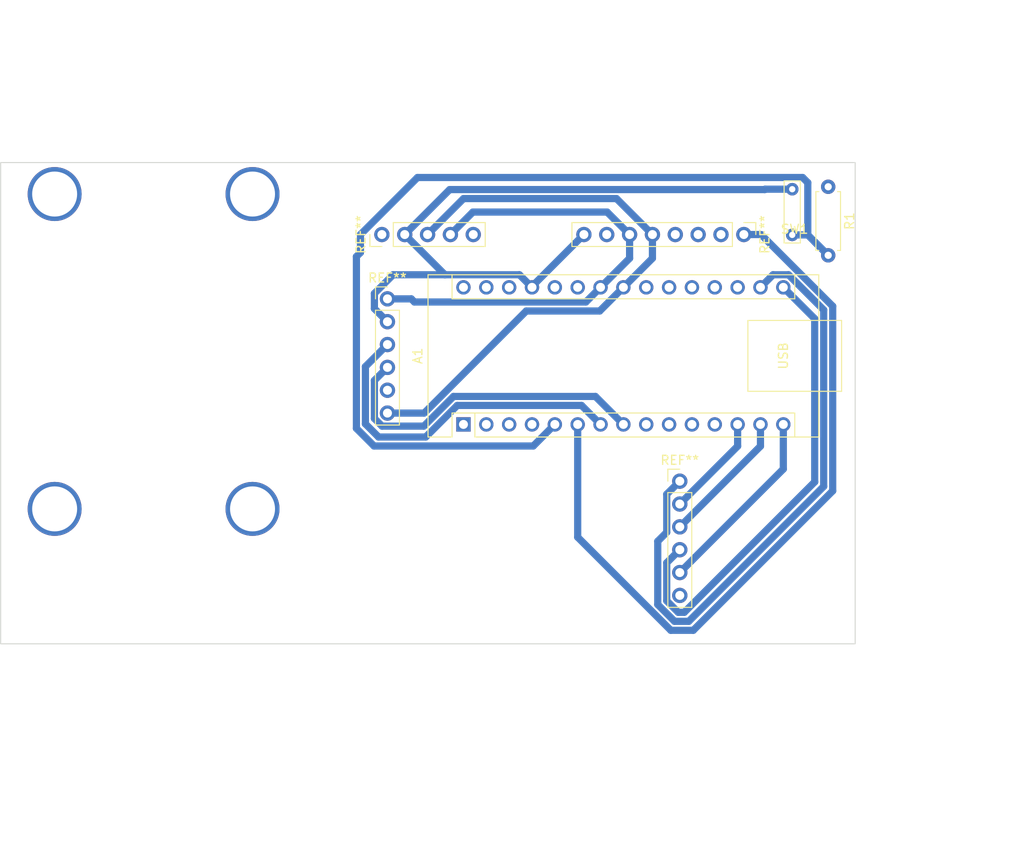
<source format=kicad_pcb>
(kicad_pcb (version 20211014) (generator pcbnew)
  (layers (0 "F.Cu" signal) (31 "B.Cu" signal) (34 "B.Paste" user) (35 "F.Paste" user) (36 "B.SilkS" user "B.Silkscreen") (37 "F.SilkS" user "F.Silkscreen") (38 "B.Mask" user) (39 "F.Mask" user) (44 "Edge.Cuts" user))
  (net 0 "")
  (net 4 "Earth")
  (net 5 "INTERRUPT")
  (net 6 "BUTTON")
  (net 7 "GPS_RECEIVE")
  (net 8 "GPS_TRANSMIT")
  (net 12 "CS")
  (net 13 "MOSI")
  (net 14 "MISO")
  (net 15 "CLK")
  (net 16 "3.3v")
  (net 22 "SDA")
  (net 23 "SCL")
  (net 26 "5v")
  (footprint "Connector_PinHeader_2.54mm:PinHeader_1x06_P2.54mm_Vertical" (layer "F.Cu") (at 215.5 115.92)
    (fp_text reference "REF**" (at 0 -2.33) (layer "F.SilkS"))
    (fp_text value "SD Card")
    (fp_line (start -1.33 0) (end -1.33 -1.33) (layer "F.SilkS") (width 0.12))
    (fp_line (start 1.33 1.27) (end 1.33 14.03) (layer "F.SilkS") (width 0.12))
    (fp_line (start -1.33 1.27) (end -1.33 14.03) (layer "F.SilkS") (width 0.12))
    (fp_line (start -1.33 1.27) (end 1.33 1.27) (layer "F.SilkS") (width 0.12))
    (fp_line (start -1.33 14.03) (end 1.33 14.03) (layer "F.SilkS") (width 0.12))
    (fp_line (start -1.33 -1.33) (end 0 -1.33) (layer "F.SilkS") (width 0.12))
    (pad "1" thru_hole oval (at 0 0) (size 1.7 1.7) (drill 1) (layers *.Cu *.Mask) (net 16 "3.3v"))
    (pad "2" thru_hole oval (at 0 2.54) (size 1.7 1.7) (drill 1) (layers *.Cu *.Mask) (net 12 "CS"))
    (pad "3" thru_hole oval (at 0 5.08) (size 1.7 1.7) (drill 1) (layers *.Cu *.Mask) (net 13 "MOSI"))
    (pad "4" thru_hole oval (at 0 7.62) (size 1.7 1.7) (drill 1) (layers *.Cu *.Mask) (net 15 "CLK"))
    (pad "5" thru_hole oval (at 0 10.16) (size 1.7 1.7) (drill 1) (layers *.Cu *.Mask) (net 14 "MISO"))
    (pad "6" thru_hole oval (at 0 12.7) (size 1.7 1.7) (drill 1) (layers *.Cu *.Mask) (net 4 "Earth"))
  )
  (footprint "Module:Arduino_Nano" (layer "F.Cu") (at 191.45 109.61 90)
    (fp_text reference "A1" (at 7.62 -5.08 90) (layer "F.SilkS"))
    (fp_text value "Arduino_Nano_v3.x")
    (fp_text user "USB" (at 7.62 35.56 90 unlocked) (layer "F.SilkS"))
    (fp_line (start 16.64 39.5) (end 11.56 39.5) (layer "F.SilkS") (width 0.12))
    (fp_line (start 1.27 1.27) (end 1.27 36.83) (layer "F.SilkS") (width 0.12))
    (fp_line (start -1.4 -3.94) (end -1.4 -1.27) (layer "F.SilkS") (width 0.12))
    (fp_line (start 3.68 42.04) (end 3.68 31.62) (layer "F.SilkS") (width 0.12))
    (fp_line (start 1.27 1.27) (end 1.27 -1.27) (layer "F.SilkS") (width 0.12))
    (fp_line (start 13.97 -1.27) (end 16.64 -1.27) (layer "F.SilkS") (width 0.12))
    (fp_line (start 13.97 -1.27) (end 13.97 36.83) (layer "F.SilkS") (width 0.12))
    (fp_line (start 11.56 31.62) (end 11.56 42.04) (layer "F.SilkS") (width 0.12))
    (fp_line (start 11.56 42.04) (end 3.68 42.04) (layer "F.SilkS") (width 0.12))
    (fp_line (start 1.27 36.83) (end -1.4 36.83) (layer "F.SilkS") (width 0.12))
    (fp_line (start 1.27 -1.27) (end -1.4 -1.27) (layer "F.SilkS") (width 0.12))
    (fp_line (start 1.27 1.27) (end -1.4 1.27) (layer "F.SilkS") (width 0.12))
    (fp_line (start 3.68 31.62) (end 11.56 31.62) (layer "F.SilkS") (width 0.12))
    (fp_line (start -1.4 1.27) (end -1.4 39.5) (layer "F.SilkS") (width 0.12))
    (fp_line (start 16.64 -3.94) (end -1.4 -3.94) (layer "F.SilkS") (width 0.12))
    (fp_line (start 13.97 36.83) (end 16.64 36.83) (layer "F.SilkS") (width 0.12))
    (fp_line (start -1.4 39.5) (end 3.68 39.5) (layer "F.SilkS") (width 0.12))
    (fp_line (start 16.64 39.5) (end 16.64 -3.94) (layer "F.SilkS") (width 0.12))
    (pad "1" thru_hole rect (at 0 0 90) (size 1.6 1.6) (drill 1) (layers *.Cu *.Mask))
    (pad "2" thru_hole oval (at 0 2.54 90) (size 1.6 1.6) (drill 1) (layers *.Cu *.Mask))
    (pad "3" thru_hole oval (at 0 5.08 90) (size 1.6 1.6) (drill 1) (layers *.Cu *.Mask))
    (pad "4" thru_hole oval (at 0 7.62 90) (size 1.6 1.6) (drill 1) (layers *.Cu *.Mask) (net 4 "Earth"))
    (pad "5" thru_hole oval (at 0 10.16 90) (size 1.6 1.6) (drill 1) (layers *.Cu *.Mask) (net 6 "BUTTON"))
    (pad "6" thru_hole oval (at 0 12.7 90) (size 1.6 1.6) (drill 1) (layers *.Cu *.Mask) (net 5 "INTERRUPT"))
    (pad "7" thru_hole oval (at 0 15.24 90) (size 1.6 1.6) (drill 1) (layers *.Cu *.Mask) (net 7 "GPS_RECEIVE"))
    (pad "8" thru_hole oval (at 0 17.78 90) (size 1.6 1.6) (drill 1) (layers *.Cu *.Mask) (net 8 "GPS_TRANSMIT"))
    (pad "9" thru_hole oval (at 0 20.32 90) (size 1.6 1.6) (drill 1) (layers *.Cu *.Mask))
    (pad "10" thru_hole oval (at 0 22.86 90) (size 1.6 1.6) (drill 1) (layers *.Cu *.Mask))
    (pad "11" thru_hole oval (at 0 25.4 90) (size 1.6 1.6) (drill 1) (layers *.Cu *.Mask))
    (pad "12" thru_hole oval (at 0 27.94 90) (size 1.6 1.6) (drill 1) (layers *.Cu *.Mask))
    (pad "13" thru_hole oval (at 0 30.48 90) (size 1.6 1.6) (drill 1) (layers *.Cu *.Mask) (net 12 "CS"))
    (pad "14" thru_hole oval (at 0 33.02 90) (size 1.6 1.6) (drill 1) (layers *.Cu *.Mask) (net 13 "MOSI"))
    (pad "15" thru_hole oval (at 0 35.56 90) (size 1.6 1.6) (drill 1) (layers *.Cu *.Mask) (net 14 "MISO"))
    (pad "16" thru_hole oval (at 15.24 35.56 90) (size 1.6 1.6) (drill 1) (layers *.Cu *.Mask) (net 15 "CLK"))
    (pad "17" thru_hole oval (at 15.24 33.02 90) (size 1.6 1.6) (drill 1) (layers *.Cu *.Mask) (net 16 "3.3v"))
    (pad "18" thru_hole oval (at 15.24 30.48 90) (size 1.6 1.6) (drill 1) (layers *.Cu *.Mask))
    (pad "19" thru_hole oval (at 15.24 27.94 90) (size 1.6 1.6) (drill 1) (layers *.Cu *.Mask))
    (pad "20" thru_hole oval (at 15.24 25.4 90) (size 1.6 1.6) (drill 1) (layers *.Cu *.Mask))
    (pad "21" thru_hole oval (at 15.24 22.86 90) (size 1.6 1.6) (drill 1) (layers *.Cu *.Mask))
    (pad "22" thru_hole oval (at 15.24 20.32 90) (size 1.6 1.6) (drill 1) (layers *.Cu *.Mask))
    (pad "23" thru_hole oval (at 15.24 17.78 90) (size 1.6 1.6) (drill 1) (layers *.Cu *.Mask) (net 22 "SDA"))
    (pad "24" thru_hole oval (at 15.24 15.24 90) (size 1.6 1.6) (drill 1) (layers *.Cu *.Mask) (net 23 "SCL"))
    (pad "25" thru_hole oval (at 15.24 12.7 90) (size 1.6 1.6) (drill 1) (layers *.Cu *.Mask))
    (pad "26" thru_hole oval (at 15.24 10.16 90) (size 1.6 1.6) (drill 1) (layers *.Cu *.Mask))
    (pad "27" thru_hole oval (at 15.24 7.62 90) (size 1.6 1.6) (drill 1) (layers *.Cu *.Mask) (net 26 "5v"))
    (pad "28" thru_hole oval (at 15.24 5.08 90) (size 1.6 1.6) (drill 1) (layers *.Cu *.Mask))
    (pad "29" thru_hole oval (at 15.24 2.54 90) (size 1.6 1.6) (drill 1) (layers *.Cu *.Mask) (net 4 "Earth"))
    (pad "30" thru_hole oval (at 15.24 0 90) (size 1.6 1.6) (drill 1) (layers *.Cu *.Mask))
  )
  (footprint "TestPoint:TestPoint_Bridge_Pitch5.08mm_Drill0.7mm" (layer "F.Cu") (at 228 88.54 90)
    (fp_text reference "SW1" (at 0.64 0.26) (layer "F.SilkS"))
    (fp_text value "SW_Push")
    (fp_line (start -0.9 -0.9) (end 6 -0.9) (layer "F.SilkS") (width 0.12))
    (fp_line (start 6 -0.9) (end 6 0.9) (layer "F.SilkS") (width 0.12))
    (fp_line (start 6 0.9) (end -0.9 0.9) (layer "F.SilkS") (width 0.12))
    (fp_line (start -0.9 0.9) (end -0.9 -0.9) (layer "F.SilkS") (width 0.12))
    (pad "1" thru_hole circle (at 0 0 90) (size 1.4 1.4) (drill 0.7) (layers *.Cu *.Mask) (net 6 "BUTTON"))
    (pad "1" thru_hole circle (at 5.08 0 90) (size 1.4 1.4) (drill 0.7) (layers *.Cu *.Mask) (net 26 "5v"))
  )
  (footprint "Connector_PinHeader_2.54mm:PinHeader_1x08_P2.54mm_Vertical" (layer "F.Cu") (at 222.62 88.5 -90)
    (fp_text reference "REF**" (at 0 -2.33 90) (layer "F.SilkS"))
    (fp_text value "IMU")
    (fp_line (start -1.33 19.11) (end 1.33 19.11) (layer "F.SilkS") (width 0.12))
    (fp_line (start -1.33 0) (end -1.33 -1.33) (layer "F.SilkS") (width 0.12))
    (fp_line (start -1.33 1.27) (end -1.33 19.11) (layer "F.SilkS") (width 0.12))
    (fp_line (start -1.33 -1.33) (end 0 -1.33) (layer "F.SilkS") (width 0.12))
    (fp_line (start -1.33 1.27) (end 1.33 1.27) (layer "F.SilkS") (width 0.12))
    (fp_line (start 1.33 1.27) (end 1.33 19.11) (layer "F.SilkS") (width 0.12))
    (pad "1" thru_hole oval (at 0 0 270) (size 1.7 1.7) (drill 1) (layers *.Cu *.Mask) (net 5 "INTERRUPT"))
    (pad "2" thru_hole oval (at 0 2.54 270) (size 1.7 1.7) (drill 1) (layers *.Cu *.Mask))
    (pad "3" thru_hole oval (at 0 5.08 270) (size 1.7 1.7) (drill 1) (layers *.Cu *.Mask))
    (pad "4" thru_hole oval (at 0 7.62 270) (size 1.7 1.7) (drill 1) (layers *.Cu *.Mask))
    (pad "5" thru_hole oval (at 0 10.16 270) (size 1.7 1.7) (drill 1) (layers *.Cu *.Mask) (net 22 "SDA"))
    (pad "6" thru_hole oval (at 0 12.7 270) (size 1.7 1.7) (drill 1) (layers *.Cu *.Mask) (net 23 "SCL"))
    (pad "7" thru_hole oval (at 0 15.24 270) (size 1.7 1.7) (drill 1) (layers *.Cu *.Mask) (net 4 "Earth"))
    (pad "8" thru_hole oval (at 0 17.78 270) (size 1.7 1.7) (drill 1) (layers *.Cu *.Mask) (net 26 "5v"))
  )
  (footprint "Connector_PinHeader_2.54mm:PinHeader_1x06_P2.54mm_Vertical" (layer "F.Cu") (at 183 95.65)
    (fp_text reference "REF**" (at 0 -2.33) (layer "F.SilkS"))
    (fp_text value "GPS")
    (fp_line (start -1.33 1.27) (end -1.33 14.03) (layer "F.SilkS") (width 0.12))
    (fp_line (start 1.33 1.27) (end 1.33 14.03) (layer "F.SilkS") (width 0.12))
    (fp_line (start -1.33 14.03) (end 1.33 14.03) (layer "F.SilkS") (width 0.12))
    (fp_line (start -1.33 1.27) (end 1.33 1.27) (layer "F.SilkS") (width 0.12))
    (fp_line (start -1.33 0) (end -1.33 -1.33) (layer "F.SilkS") (width 0.12))
    (fp_line (start -1.33 -1.33) (end 0 -1.33) (layer "F.SilkS") (width 0.12))
    (pad "1" thru_hole circle (at 0 0) (size 1.7 1.7) (drill 1) (layers *.Cu *.Mask) (net 23 "SCL"))
    (pad "2" thru_hole oval (at 0 2.54) (size 1.7 1.7) (drill 1) (layers *.Cu *.Mask) (net 26 "5v"))
    (pad "3" thru_hole oval (at 0 5.08) (size 1.7 1.7) (drill 1) (layers *.Cu *.Mask) (net 7 "GPS_RECEIVE"))
    (pad "4" thru_hole oval (at 0 7.62) (size 1.7 1.7) (drill 1) (layers *.Cu *.Mask) (net 8 "GPS_TRANSMIT"))
    (pad "5" thru_hole oval (at 0 10.16) (size 1.7 1.7) (drill 1) (layers *.Cu *.Mask) (net 4 "Earth"))
    (pad "6" thru_hole oval (at 0 12.7) (size 1.7 1.7) (drill 1) (layers *.Cu *.Mask) (net 22 "SDA"))
  )
  (footprint "Connector_PinHeader_2.54mm:PinHeader_1x05_P2.54mm_Vertical" (layer "F.Cu") (at 182.38 88.5 90)
    (fp_text reference "REF**" (at 0 -2.33 90) (layer "F.SilkS"))
    (fp_text value "RTC")
    (fp_line (start -1.33 1.27) (end 1.33 1.27) (layer "F.SilkS") (width 0.12))
    (fp_line (start -1.33 0) (end -1.33 -1.33) (layer "F.SilkS") (width 0.12))
    (fp_line (start 1.33 1.27) (end 1.33 11.49) (layer "F.SilkS") (width 0.12))
    (fp_line (start -1.33 11.49) (end 1.33 11.49) (layer "F.SilkS") (width 0.12))
    (fp_line (start -1.33 1.27) (end -1.33 11.49) (layer "F.SilkS") (width 0.12))
    (fp_line (start -1.33 -1.33) (end 0 -1.33) (layer "F.SilkS") (width 0.12))
    (pad "1" thru_hole oval (at 0 0 90) (size 1.7 1.7) (drill 1) (layers *.Cu *.Mask) (net 4 "Earth"))
    (pad "2" thru_hole oval (at 0 2.54 90) (size 1.7 1.7) (drill 1) (layers *.Cu *.Mask) (net 26 "5v"))
    (pad "3" thru_hole oval (at 0 5.08 90) (size 1.7 1.7) (drill 1) (layers *.Cu *.Mask) (net 22 "SDA"))
    (pad "4" thru_hole oval (at 0 7.62 90) (size 1.7 1.7) (drill 1) (layers *.Cu *.Mask) (net 23 "SCL"))
    (pad "5" thru_hole oval (at 0 10.16 90) (size 1.7 1.7) (drill 1) (layers *.Cu *.Mask))
  )
  (footprint "Resistor_THT:R_Axial_DIN0207_L6.3mm_D2.5mm_P7.62mm_Horizontal" (layer "F.Cu") (at 232 83.19 -90)
    (fp_text reference "R1" (at 3.81 -2.37 90) (layer "F.SilkS"))
    (fp_text value "R")
    (fp_line (start 0.54 1.37) (end 7.08 1.37) (layer "F.SilkS") (width 0.12))
    (fp_line (start 7.08 1.37) (end 7.08 1.04) (layer "F.SilkS") (width 0.12))
    (fp_line (start 0.54 -1.37) (end 7.08 -1.37) (layer "F.SilkS") (width 0.12))
    (fp_line (start 0.54 -1.04) (end 0.54 -1.37) (layer "F.SilkS") (width 0.12))
    (fp_line (start 7.08 -1.37) (end 7.08 -1.04) (layer "F.SilkS") (width 0.12))
    (fp_line (start 0.54 1.04) (end 0.54 1.37) (layer "F.SilkS") (width 0.12))
    (pad "1" thru_hole circle (at 0 0 270) (size 1.6 1.6) (drill 0.8) (layers *.Cu *.Mask) (net 4 "Earth"))
    (pad "2" thru_hole oval (at 7.62 0 270) (size 1.6 1.6) (drill 0.8) (layers *.Cu *.Mask) (net 6 "BUTTON"))
  )
  (gr_rect (start 140 80.5) (end 235 134) (layer "Edge.Cuts") (width 0.1) (fill none))
  (via (at 146 119) (size 6) (drill 5) (layers "F.Cu" "B.Cu") (net 0))
  (via (at 146 84) (size 6) (drill 5) (layers "F.Cu" "B.Cu") (net 0))
  (via (at 168 119) (size 6) (drill 5) (layers "F.Cu" "B.Cu") (net 0))
  (via (at 168 84) (size 6) (drill 5) (layers "F.Cu" "B.Cu") (net 0))
  (segment (start 214.500962 132.5) (end 204.15 122.149038) (width 0.8) (layer "B.Cu") (net 5))
  (segment (start 204.15 122.149038) (end 204.15 109.61) (width 0.8) (layer "B.Cu") (net 5))
  (segment (start 217 132.5) (end 214.500962 132.5) (width 0.8) (layer "B.Cu") (net 5))
  (segment (start 232.5 96.465887) (end 232.5 117) (width 0.8) (layer "B.Cu") (net 5))
  (segment (start 222.62 88.5) (end 224.534113 88.5) (width 0.8) (layer "B.Cu") (net 5))
  (segment (start 224.534113 88.5) (end 232.5 96.465887) (width 0.8) (layer "B.Cu") (net 5))
  (segment (start 232.5 117) (end 217 132.5) (width 0.8) (layer "B.Cu") (net 5))
  (segment (start 180 88.5) (end 186.34 82.16) (width 0.8) (layer "B.Cu") (net 6))
  (segment (start 179.55 110.05) (end 179.55 90.95) (width 0.8) (layer "B.Cu") (net 6))
  (segment (start 199.21 112.01) (end 181.51 112.01) (width 0.8) (layer "B.Cu") (net 6))
  (segment (start 229.16 82.16) (end 229.73 82.73) (width 0.8) (layer "B.Cu") (net 6))
  (segment (start 230.5 89.31) (end 232 90.81) (width 0.8) (layer "B.Cu") (net 6))
  (segment (start 180 90.5) (end 180 88.5) (width 0.8) (layer "B.Cu") (net 6))
  (segment (start 179.55 90.95) (end 180 90.5) (width 0.8) (layer "B.Cu") (net 6))
  (segment (start 229.73 88.54) (end 232 90.81) (width 0.8) (layer "B.Cu") (net 6))
  (segment (start 228 88.54) (end 229.73 88.54) (width 0.8) (layer "B.Cu") (net 6))
  (segment (start 186.34 82.16) (end 229.16 82.16) (width 0.8) (layer "B.Cu") (net 6))
  (segment (start 201.61 109.61) (end 199.21 112.01) (width 0.8) (layer "B.Cu") (net 6))
  (segment (start 181.51 112.01) (end 179.55 110.05) (width 0.8) (layer "B.Cu") (net 6))
  (segment (start 229.73 82.73) (end 229.73 88.54) (width 0.8) (layer "B.Cu") (net 6))
  (segment (start 190.76 107.5) (end 204.58 107.5) (width 0.8) (layer "B.Cu") (net 7))
  (segment (start 204.58 107.5) (end 206.69 109.61) (width 0.8) (layer "B.Cu") (net 7))
  (segment (start 180.55 103.18) (end 180.55 109.55) (width 0.8) (layer "B.Cu") (net 7))
  (segment (start 183 100.73) (end 180.55 103.18) (width 0.8) (layer "B.Cu") (net 7))
  (segment (start 182.01 111.01) (end 187.25 111.01) (width 0.8) (layer "B.Cu") (net 7))
  (segment (start 180.55 109.55) (end 182.01 111.01) (width 0.8) (layer "B.Cu") (net 7))
  (segment (start 187.25 111.01) (end 190.76 107.5) (width 0.8) (layer "B.Cu") (net 7))
  (segment (start 182.39939 109.8) (end 187.045786 109.8) (width 0.8) (layer "B.Cu") (net 8))
  (segment (start 181.55 104.72) (end 181.55 108.95061) (width 0.8) (layer "B.Cu") (net 8))
  (segment (start 181.55 108.95061) (end 182.39939 109.8) (width 0.8) (layer "B.Cu") (net 8))
  (segment (start 183 103.27) (end 181.55 104.72) (width 0.8) (layer "B.Cu") (net 8))
  (segment (start 187.045786 109.8) (end 190.345786 106.5) (width 0.8) (layer "B.Cu") (net 8))
  (segment (start 190.345786 106.5) (end 206.12 106.5) (width 0.8) (layer "B.Cu") (net 8))
  (segment (start 206.12 106.5) (end 209.23 109.61) (width 0.8) (layer "B.Cu") (net 8))
  (segment (start 221.93 112.03) (end 221.93 109.61) (width 0.8) (layer "B.Cu") (net 12))
  (segment (start 215.5 118.46) (end 221.93 112.03) (width 0.8) (layer "B.Cu") (net 12))
  (segment (start 224.47 112.03) (end 224.47 109.61) (width 0.8) (layer "B.Cu") (net 13))
  (segment (start 215.5 121) (end 224.47 112.03) (width 0.8) (layer "B.Cu") (net 13))
  (segment (start 215.5 126.08) (end 227.01 114.57) (width 0.8) (layer "B.Cu") (net 14))
  (segment (start 227.01 114.57) (end 227.01 109.61) (width 0.8) (layer "B.Cu") (net 14))
  (segment (start 216 130.5) (end 230.5 116) (width 0.8) (layer "B.Cu") (net 15))
  (segment (start 215.5 123.54) (end 214.05 124.99) (width 0.8) (layer "B.Cu") (net 15))
  (segment (start 214.05 129.22061) (end 215.32939 130.5) (width 0.8) (layer "B.Cu") (net 15))
  (segment (start 230.5 97.86) (end 227.01 94.37) (width 0.8) (layer "B.Cu") (net 15))
  (segment (start 230.5 116) (end 230.5 97.86) (width 0.8) (layer "B.Cu") (net 15))
  (segment (start 215.32939 130.5) (end 216 130.5) (width 0.8) (layer "B.Cu") (net 15))
  (segment (start 214.05 124.99) (end 214.05 129.22061) (width 0.8) (layer "B.Cu") (net 15))
  (segment (start 227.589899 92.97) (end 225.87 92.97) (width 0.8) (layer "B.Cu") (net 16))
  (segment (start 216.5 131.5) (end 231.5 116.5) (width 0.8) (layer "B.Cu") (net 16))
  (segment (start 214.05 117.37) (end 214.05 121.60061) (width 0.8) (layer "B.Cu") (net 16))
  (segment (start 214.915176 131.5) (end 216.5 131.5) (width 0.8) (layer "B.Cu") (net 16))
  (segment (start 213.05 122.60061) (end 213.05 129.634824) (width 0.8) (layer "B.Cu") (net 16))
  (segment (start 231.5 96.880101) (end 227.589899 92.97) (width 0.8) (layer "B.Cu") (net 16))
  (segment (start 215.5 115.92) (end 214.05 117.37) (width 0.8) (layer "B.Cu") (net 16))
  (segment (start 214.05 121.60061) (end 213.05 122.60061) (width 0.8) (layer "B.Cu") (net 16))
  (segment (start 213.05 129.634824) (end 214.915176 131.5) (width 0.8) (layer "B.Cu") (net 16))
  (segment (start 225.87 92.97) (end 224.47 94.37) (width 0.8) (layer "B.Cu") (net 16))
  (segment (start 231.5 116.5) (end 231.5 96.880101) (width 0.8) (layer "B.Cu") (net 16))
  (segment (start 191.46 84.5) (end 208.46 84.5) (width 0.8) (layer "B.Cu") (net 22))
  (segment (start 212.46 88.5) (end 212.46 91.14) (width 0.8) (layer "B.Cu") (net 22))
  (segment (start 187.081572 108.35) (end 198.431572 97) (width 0.8) (layer "B.Cu") (net 22))
  (segment (start 206.6 97) (end 209.23 94.37) (width 0.8) (layer "B.Cu") (net 22))
  (segment (start 208.46 84.5) (end 212.46 88.5) (width 0.8) (layer "B.Cu") (net 22))
  (segment (start 183 108.35) (end 187.081572 108.35) (width 0.8) (layer "B.Cu") (net 22))
  (segment (start 198.431572 97) (end 206.6 97) (width 0.8) (layer "B.Cu") (net 22))
  (segment (start 212.46 91.14) (end 209.23 94.37) (width 0.8) (layer "B.Cu") (net 22))
  (segment (start 187.46 88.5) (end 191.46 84.5) (width 0.8) (layer "B.Cu") (net 22))
  (segment (start 209.92 91.14) (end 206.69 94.37) (width 0.8) (layer "B.Cu") (net 23))
  (segment (start 185.65 95.65) (end 183 95.65) (width 0.8) (layer "B.Cu") (net 23))
  (segment (start 207.42 86) (end 209.92 88.5) (width 0.8) (layer "B.Cu") (net 23))
  (segment (start 186 96) (end 185.65 95.65) (width 0.8) (layer "B.Cu") (net 23))
  (segment (start 192.5 86) (end 207.42 86) (width 0.8) (layer "B.Cu") (net 23))
  (segment (start 205.06 96) (end 186 96) (width 0.8) (layer "B.Cu") (net 23))
  (segment (start 190 88.5) (end 192.5 86) (width 0.8) (layer "B.Cu") (net 23))
  (segment (start 206.69 94.37) (end 205.06 96) (width 0.8) (layer "B.Cu") (net 23))
  (segment (start 209.92 88.5) (end 209.92 91.14) (width 0.8) (layer "B.Cu") (net 23))
  (segment (start 199.07 94.27) (end 199.07 94.37) (width 0.8) (layer "B.Cu") (net 26))
  (segment (start 224.99 83.46) (end 228 83.46) (width 0.8) (layer "B.Cu") (net 26))
  (segment (start 181.55 95.04939) (end 181.55 96.74) (width 0.8) (layer "B.Cu") (net 26))
  (segment (start 189.39 92.97) (end 197.67 92.97) (width 0.8) (layer "B.Cu") (net 26))
  (segment (start 224.95 83.5) (end 224.99 83.46) (width 0.8) (layer "B.Cu") (net 26))
  (segment (start 184.92 88.5) (end 189.39 92.97) (width 0.8) (layer "B.Cu") (net 26))
  (segment (start 197.67 92.97) (end 199.07 94.37) (width 0.8) (layer "B.Cu") (net 26))
  (segment (start 204.84 88.5) (end 199.07 94.27) (width 0.8) (layer "B.Cu") (net 26))
  (segment (start 181.55 96.74) (end 183 98.19) (width 0.8) (layer "B.Cu") (net 26))
  (segment (start 189.39 92.97) (end 183.62939 92.97) (width 0.8) (layer "B.Cu") (net 26))
  (segment (start 189.92 83.5) (end 224.95 83.5) (width 0.8) (layer "B.Cu") (net 26))
  (segment (start 184.92 88.5) (end 189.92 83.5) (width 0.8) (layer "B.Cu") (net 26))
  (segment (start 183.62939 92.97) (end 181.55 95.04939) (width 0.8) (layer "B.Cu") (net 26))
)
</source>
